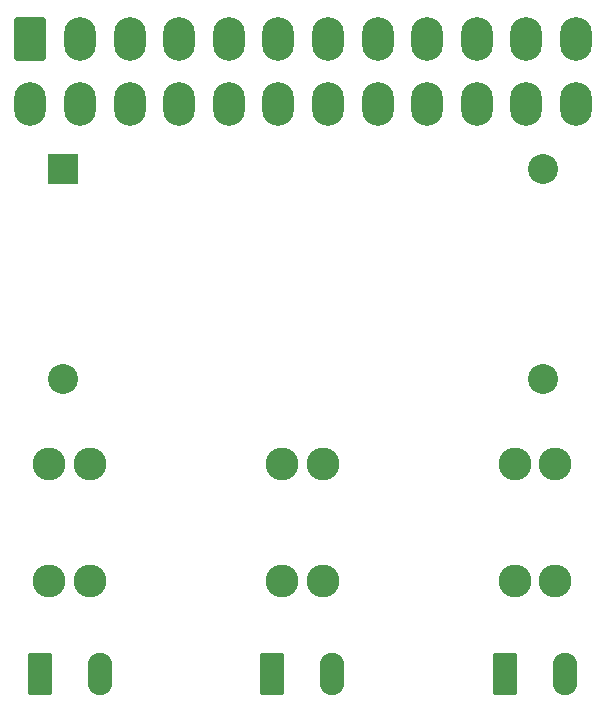
<source format=gbr>
%TF.GenerationSoftware,KiCad,Pcbnew,(6.0.8)*%
%TF.CreationDate,2023-07-04T13:31:15+01:00*%
%TF.ProjectId,DC_Divider_ATX_Unit,44435f44-6976-4696-9465-725f4154585f,rev?*%
%TF.SameCoordinates,Original*%
%TF.FileFunction,Copper,L1,Top*%
%TF.FilePolarity,Positive*%
%FSLAX46Y46*%
G04 Gerber Fmt 4.6, Leading zero omitted, Abs format (unit mm)*
G04 Created by KiCad (PCBNEW (6.0.8)) date 2023-07-04 13:31:15*
%MOMM*%
%LPD*%
G01*
G04 APERTURE LIST*
G04 Aperture macros list*
%AMRoundRect*
0 Rectangle with rounded corners*
0 $1 Rounding radius*
0 $2 $3 $4 $5 $6 $7 $8 $9 X,Y pos of 4 corners*
0 Add a 4 corners polygon primitive as box body*
4,1,4,$2,$3,$4,$5,$6,$7,$8,$9,$2,$3,0*
0 Add four circle primitives for the rounded corners*
1,1,$1+$1,$2,$3*
1,1,$1+$1,$4,$5*
1,1,$1+$1,$6,$7*
1,1,$1+$1,$8,$9*
0 Add four rect primitives between the rounded corners*
20,1,$1+$1,$2,$3,$4,$5,0*
20,1,$1+$1,$4,$5,$6,$7,0*
20,1,$1+$1,$6,$7,$8,$9,0*
20,1,$1+$1,$8,$9,$2,$3,0*%
G04 Aperture macros list end*
%TA.AperFunction,ComponentPad*%
%ADD10C,2.780000*%
%TD*%
%TA.AperFunction,ComponentPad*%
%ADD11RoundRect,0.249999X-0.790001X-1.550001X0.790001X-1.550001X0.790001X1.550001X-0.790001X1.550001X0*%
%TD*%
%TA.AperFunction,ComponentPad*%
%ADD12O,2.080000X3.600000*%
%TD*%
%TA.AperFunction,ComponentPad*%
%ADD13O,2.700000X3.700000*%
%TD*%
%TA.AperFunction,ComponentPad*%
%ADD14RoundRect,0.250001X-1.099999X-1.599999X1.099999X-1.599999X1.099999X1.599999X-1.099999X1.599999X0*%
%TD*%
%TA.AperFunction,ComponentPad*%
%ADD15C,2.540000*%
%TD*%
%TA.AperFunction,ComponentPad*%
%ADD16R,2.540000X2.540000*%
%TD*%
G04 APERTURE END LIST*
D10*
%TO.P,F3,1*%
%TO.N,+5V*%
X150227000Y-135044875D03*
X153627000Y-135044875D03*
%TO.P,F3,2*%
%TO.N,Net-(J4-Pad1)*%
X153627000Y-144964875D03*
X150227000Y-144964875D03*
%TD*%
%TO.P,F2,2*%
%TO.N,Net-(J3-Pad1)*%
X130507000Y-144964875D03*
X133907000Y-144964875D03*
%TO.P,F2,1*%
%TO.N,+9V*%
X133907000Y-135044875D03*
X130507000Y-135044875D03*
%TD*%
%TO.P,F1,1*%
%TO.N,+12V*%
X110787000Y-135044875D03*
X114187000Y-135044875D03*
%TO.P,F1,2*%
%TO.N,Net-(J2-Pad1)*%
X114187000Y-144964875D03*
X110787000Y-144964875D03*
%TD*%
D11*
%TO.P,J4,1,Pin_1*%
%TO.N,Net-(J4-Pad1)*%
X149387000Y-152813500D03*
D12*
%TO.P,J4,2,Pin_2*%
%TO.N,GND*%
X154467000Y-152813500D03*
%TD*%
D11*
%TO.P,J3,1,Pin_1*%
%TO.N,Net-(J3-Pad1)*%
X129667000Y-152813500D03*
D12*
%TO.P,J3,2,Pin_2*%
%TO.N,GND*%
X134747000Y-152813500D03*
%TD*%
D13*
%TO.P,J1,24,GND*%
%TO.N,GND*%
X155369200Y-104534600D03*
%TO.P,J1,23,+5V*%
%TO.N,+5V*%
X151169200Y-104534600D03*
%TO.P,J1,22,+5V*%
X146969200Y-104534600D03*
%TO.P,J1,21,+5V*%
X142769200Y-104534600D03*
%TO.P,J1,20,NC*%
%TO.N,unconnected-(J1-Pad20)*%
X138569200Y-104534600D03*
%TO.P,J1,19,GND*%
%TO.N,GND*%
X134369200Y-104534600D03*
%TO.P,J1,18,GND*%
X130169200Y-104534600D03*
%TO.P,J1,17,GND*%
X125969200Y-104534600D03*
%TO.P,J1,16,PS_ON#*%
X121769200Y-104534600D03*
%TO.P,J1,15,GND*%
X117569200Y-104534600D03*
%TO.P,J1,14,-12V*%
%TO.N,unconnected-(J1-Pad14)*%
X113369200Y-104534600D03*
%TO.P,J1,13,+3.3V*%
%TO.N,unconnected-(J1-Pad1)*%
X109169200Y-104534600D03*
%TO.P,J1,12,+3.3V*%
X155369200Y-99034600D03*
%TO.P,J1,11,+12V*%
%TO.N,+12V*%
X151169200Y-99034600D03*
%TO.P,J1,10,+12V*%
X146969200Y-99034600D03*
%TO.P,J1,9,+5VSB*%
%TO.N,unconnected-(J1-Pad9)*%
X142769200Y-99034600D03*
%TO.P,J1,8,PWR_OK*%
%TO.N,unconnected-(J1-Pad8)*%
X138569200Y-99034600D03*
%TO.P,J1,7,GND*%
%TO.N,GND*%
X134369200Y-99034600D03*
%TO.P,J1,6,+5V*%
%TO.N,+5V*%
X130169200Y-99034600D03*
%TO.P,J1,5,GND*%
%TO.N,GND*%
X125969200Y-99034600D03*
%TO.P,J1,4,+5V*%
%TO.N,+5V*%
X121769200Y-99034600D03*
%TO.P,J1,3,GND*%
%TO.N,GND*%
X117569200Y-99034600D03*
%TO.P,J1,2,+3.3V*%
%TO.N,unconnected-(J1-Pad1)*%
X113369200Y-99034600D03*
D14*
%TO.P,J1,1,+3.3V*%
X109169200Y-99034600D03*
%TD*%
D15*
%TO.P,U1,4,Vout*%
%TO.N,+9V*%
X152589200Y-110101250D03*
%TO.P,U1,3,GND*%
%TO.N,GND*%
X152589200Y-127881250D03*
%TO.P,U1,2,GND*%
X111949200Y-127881250D03*
D16*
%TO.P,U1,1,Vin*%
%TO.N,+12V*%
X111949200Y-110101250D03*
%TD*%
D11*
%TO.P,J2,1,Pin_1*%
%TO.N,Net-(J2-Pad1)*%
X109947000Y-152813500D03*
D12*
%TO.P,J2,2,Pin_2*%
%TO.N,GND*%
X115027000Y-152813500D03*
%TD*%
M02*

</source>
